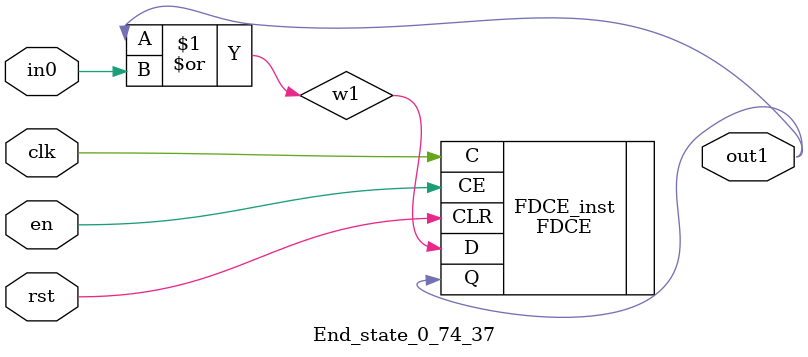
<source format=v>
module engine_0_74(out,clk,sod,en, in_0, in_1, in_3, in_4, in_5, in_6, in_7, in_8, in_9, in_10, in_15, in_16, in_17, in_18, in_21, in_22, in_29, in_30, in_36);
//pcre: /^User\x2DAgent\x3A\s+Ryeol\s+HTTP\s+Client\s+Class/smiH
//block char: ^[9], \x20[8], N[0], O[0], L[0], G[0], I[0], S[0], H[0], -[0], a[0], r[0], e[0], c[0], p[0], y[0], u[0], t[0], \x3A[8], 

	input clk,sod,en;

	input in_0, in_1, in_3, in_4, in_5, in_6, in_7, in_8, in_9, in_10, in_15, in_16, in_17, in_18, in_21, in_22, in_29, in_30, in_36;
	output out;

	assign w0 = 1'b1;
	state_0_74_1 BlockState_0_74_1 (w1,in_0,clk,en,sod,w0);
	state_0_74_2 BlockState_0_74_2 (w2,in_29,clk,en,sod,w1);
	state_0_74_3 BlockState_0_74_3 (w3,in_8,clk,en,sod,w2);
	state_0_74_4 BlockState_0_74_4 (w4,in_17,clk,en,sod,w3);
	state_0_74_5 BlockState_0_74_5 (w5,in_16,clk,en,sod,w4);
	state_0_74_6 BlockState_0_74_6 (w6,in_10,clk,en,sod,w5);
	state_0_74_7 BlockState_0_74_7 (w7,in_15,clk,en,sod,w6);
	state_0_74_8 BlockState_0_74_8 (w8,in_6,clk,en,sod,w7);
	state_0_74_9 BlockState_0_74_9 (w9,in_17,clk,en,sod,w8);
	state_0_74_10 BlockState_0_74_10 (w10,in_3,clk,en,sod,w9);
	state_0_74_11 BlockState_0_74_11 (w11,in_30,clk,en,sod,w10);
	state_0_74_12 BlockState_0_74_12 (w12,in_36,clk,en,sod,w11);
	state_0_74_13 BlockState_0_74_13 (w13,in_1,clk,en,sod,w13,w12);
	state_0_74_14 BlockState_0_74_14 (w14,in_16,clk,en,sod,w13);
	state_0_74_15 BlockState_0_74_15 (w15,in_22,clk,en,sod,w14);
	state_0_74_16 BlockState_0_74_16 (w16,in_17,clk,en,sod,w15);
	state_0_74_17 BlockState_0_74_17 (w17,in_4,clk,en,sod,w16);
	state_0_74_18 BlockState_0_74_18 (w18,in_5,clk,en,sod,w17);
	state_0_74_19 BlockState_0_74_19 (w19,in_1,clk,en,sod,w19,w18);
	state_0_74_20 BlockState_0_74_20 (w20,in_9,clk,en,sod,w19);
	state_0_74_21 BlockState_0_74_21 (w21,in_30,clk,en,sod,w20);
	state_0_74_22 BlockState_0_74_22 (w22,in_30,clk,en,sod,w21);
	state_0_74_23 BlockState_0_74_23 (w23,in_21,clk,en,sod,w22);
	state_0_74_24 BlockState_0_74_24 (w24,in_1,clk,en,sod,w24,w23);
	state_0_74_25 BlockState_0_74_25 (w25,in_18,clk,en,sod,w24);
	state_0_74_26 BlockState_0_74_26 (w26,in_5,clk,en,sod,w25);
	state_0_74_27 BlockState_0_74_27 (w27,in_7,clk,en,sod,w26);
	state_0_74_28 BlockState_0_74_28 (w28,in_17,clk,en,sod,w27);
	state_0_74_29 BlockState_0_74_29 (w29,in_3,clk,en,sod,w28);
	state_0_74_30 BlockState_0_74_30 (w30,in_30,clk,en,sod,w29);
	state_0_74_31 BlockState_0_74_31 (w31,in_1,clk,en,sod,w31,w30);
	state_0_74_32 BlockState_0_74_32 (w32,in_18,clk,en,sod,w31);
	state_0_74_33 BlockState_0_74_33 (w33,in_5,clk,en,sod,w32);
	state_0_74_34 BlockState_0_74_34 (w34,in_15,clk,en,sod,w33);
	state_0_74_35 BlockState_0_74_35 (w35,in_8,clk,en,sod,w34);
	state_0_74_36 BlockState_0_74_36 (w36,in_8,clk,en,sod,w35);
	End_state_0_74_37 BlockState_0_74_37 (out,clk,en,sod,w36);
endmodule

module state_0_74_1(out1,in_char,clk,en,rst,in0);
	input in_char,clk,en,rst,in0;
	output out1;
	wire w1,w2;
	assign w1 = in0; 
	and(w2,in_char,w1);
	FDCE #(.INIT(1'b0)) FDCE_inst (
		.Q(out1),
		.C(clk),
		.CE(en),
		.CLR(rst),
		.D(w2)
);
endmodule

module state_0_74_2(out1,in_char,clk,en,rst,in0);
	input in_char,clk,en,rst,in0;
	output out1;
	wire w1,w2;
	assign w1 = in0; 
	and(w2,in_char,w1);
	FDCE #(.INIT(1'b0)) FDCE_inst (
		.Q(out1),
		.C(clk),
		.CE(en),
		.CLR(rst),
		.D(w2)
);
endmodule

module state_0_74_3(out1,in_char,clk,en,rst,in0);
	input in_char,clk,en,rst,in0;
	output out1;
	wire w1,w2;
	assign w1 = in0; 
	and(w2,in_char,w1);
	FDCE #(.INIT(1'b0)) FDCE_inst (
		.Q(out1),
		.C(clk),
		.CE(en),
		.CLR(rst),
		.D(w2)
);
endmodule

module state_0_74_4(out1,in_char,clk,en,rst,in0);
	input in_char,clk,en,rst,in0;
	output out1;
	wire w1,w2;
	assign w1 = in0; 
	and(w2,in_char,w1);
	FDCE #(.INIT(1'b0)) FDCE_inst (
		.Q(out1),
		.C(clk),
		.CE(en),
		.CLR(rst),
		.D(w2)
);
endmodule

module state_0_74_5(out1,in_char,clk,en,rst,in0);
	input in_char,clk,en,rst,in0;
	output out1;
	wire w1,w2;
	assign w1 = in0; 
	and(w2,in_char,w1);
	FDCE #(.INIT(1'b0)) FDCE_inst (
		.Q(out1),
		.C(clk),
		.CE(en),
		.CLR(rst),
		.D(w2)
);
endmodule

module state_0_74_6(out1,in_char,clk,en,rst,in0);
	input in_char,clk,en,rst,in0;
	output out1;
	wire w1,w2;
	assign w1 = in0; 
	and(w2,in_char,w1);
	FDCE #(.INIT(1'b0)) FDCE_inst (
		.Q(out1),
		.C(clk),
		.CE(en),
		.CLR(rst),
		.D(w2)
);
endmodule

module state_0_74_7(out1,in_char,clk,en,rst,in0);
	input in_char,clk,en,rst,in0;
	output out1;
	wire w1,w2;
	assign w1 = in0; 
	and(w2,in_char,w1);
	FDCE #(.INIT(1'b0)) FDCE_inst (
		.Q(out1),
		.C(clk),
		.CE(en),
		.CLR(rst),
		.D(w2)
);
endmodule

module state_0_74_8(out1,in_char,clk,en,rst,in0);
	input in_char,clk,en,rst,in0;
	output out1;
	wire w1,w2;
	assign w1 = in0; 
	and(w2,in_char,w1);
	FDCE #(.INIT(1'b0)) FDCE_inst (
		.Q(out1),
		.C(clk),
		.CE(en),
		.CLR(rst),
		.D(w2)
);
endmodule

module state_0_74_9(out1,in_char,clk,en,rst,in0);
	input in_char,clk,en,rst,in0;
	output out1;
	wire w1,w2;
	assign w1 = in0; 
	and(w2,in_char,w1);
	FDCE #(.INIT(1'b0)) FDCE_inst (
		.Q(out1),
		.C(clk),
		.CE(en),
		.CLR(rst),
		.D(w2)
);
endmodule

module state_0_74_10(out1,in_char,clk,en,rst,in0);
	input in_char,clk,en,rst,in0;
	output out1;
	wire w1,w2;
	assign w1 = in0; 
	and(w2,in_char,w1);
	FDCE #(.INIT(1'b0)) FDCE_inst (
		.Q(out1),
		.C(clk),
		.CE(en),
		.CLR(rst),
		.D(w2)
);
endmodule

module state_0_74_11(out1,in_char,clk,en,rst,in0);
	input in_char,clk,en,rst,in0;
	output out1;
	wire w1,w2;
	assign w1 = in0; 
	and(w2,in_char,w1);
	FDCE #(.INIT(1'b0)) FDCE_inst (
		.Q(out1),
		.C(clk),
		.CE(en),
		.CLR(rst),
		.D(w2)
);
endmodule

module state_0_74_12(out1,in_char,clk,en,rst,in0);
	input in_char,clk,en,rst,in0;
	output out1;
	wire w1,w2;
	assign w1 = in0; 
	and(w2,in_char,w1);
	FDCE #(.INIT(1'b0)) FDCE_inst (
		.Q(out1),
		.C(clk),
		.CE(en),
		.CLR(rst),
		.D(w2)
);
endmodule

module state_0_74_13(out1,in_char,clk,en,rst,in0,in1);
	input in_char,clk,en,rst,in0,in1;
	output out1;
	wire w1,w2;
	or(w1,in0,in1);
	and(w2,in_char,w1);
	FDCE #(.INIT(1'b0)) FDCE_inst (
		.Q(out1),
		.C(clk),
		.CE(en),
		.CLR(rst),
		.D(w2)
);
endmodule

module state_0_74_14(out1,in_char,clk,en,rst,in0);
	input in_char,clk,en,rst,in0;
	output out1;
	wire w1,w2;
	assign w1 = in0; 
	and(w2,in_char,w1);
	FDCE #(.INIT(1'b0)) FDCE_inst (
		.Q(out1),
		.C(clk),
		.CE(en),
		.CLR(rst),
		.D(w2)
);
endmodule

module state_0_74_15(out1,in_char,clk,en,rst,in0);
	input in_char,clk,en,rst,in0;
	output out1;
	wire w1,w2;
	assign w1 = in0; 
	and(w2,in_char,w1);
	FDCE #(.INIT(1'b0)) FDCE_inst (
		.Q(out1),
		.C(clk),
		.CE(en),
		.CLR(rst),
		.D(w2)
);
endmodule

module state_0_74_16(out1,in_char,clk,en,rst,in0);
	input in_char,clk,en,rst,in0;
	output out1;
	wire w1,w2;
	assign w1 = in0; 
	and(w2,in_char,w1);
	FDCE #(.INIT(1'b0)) FDCE_inst (
		.Q(out1),
		.C(clk),
		.CE(en),
		.CLR(rst),
		.D(w2)
);
endmodule

module state_0_74_17(out1,in_char,clk,en,rst,in0);
	input in_char,clk,en,rst,in0;
	output out1;
	wire w1,w2;
	assign w1 = in0; 
	and(w2,in_char,w1);
	FDCE #(.INIT(1'b0)) FDCE_inst (
		.Q(out1),
		.C(clk),
		.CE(en),
		.CLR(rst),
		.D(w2)
);
endmodule

module state_0_74_18(out1,in_char,clk,en,rst,in0);
	input in_char,clk,en,rst,in0;
	output out1;
	wire w1,w2;
	assign w1 = in0; 
	and(w2,in_char,w1);
	FDCE #(.INIT(1'b0)) FDCE_inst (
		.Q(out1),
		.C(clk),
		.CE(en),
		.CLR(rst),
		.D(w2)
);
endmodule

module state_0_74_19(out1,in_char,clk,en,rst,in0,in1);
	input in_char,clk,en,rst,in0,in1;
	output out1;
	wire w1,w2;
	or(w1,in0,in1);
	and(w2,in_char,w1);
	FDCE #(.INIT(1'b0)) FDCE_inst (
		.Q(out1),
		.C(clk),
		.CE(en),
		.CLR(rst),
		.D(w2)
);
endmodule

module state_0_74_20(out1,in_char,clk,en,rst,in0);
	input in_char,clk,en,rst,in0;
	output out1;
	wire w1,w2;
	assign w1 = in0; 
	and(w2,in_char,w1);
	FDCE #(.INIT(1'b0)) FDCE_inst (
		.Q(out1),
		.C(clk),
		.CE(en),
		.CLR(rst),
		.D(w2)
);
endmodule

module state_0_74_21(out1,in_char,clk,en,rst,in0);
	input in_char,clk,en,rst,in0;
	output out1;
	wire w1,w2;
	assign w1 = in0; 
	and(w2,in_char,w1);
	FDCE #(.INIT(1'b0)) FDCE_inst (
		.Q(out1),
		.C(clk),
		.CE(en),
		.CLR(rst),
		.D(w2)
);
endmodule

module state_0_74_22(out1,in_char,clk,en,rst,in0);
	input in_char,clk,en,rst,in0;
	output out1;
	wire w1,w2;
	assign w1 = in0; 
	and(w2,in_char,w1);
	FDCE #(.INIT(1'b0)) FDCE_inst (
		.Q(out1),
		.C(clk),
		.CE(en),
		.CLR(rst),
		.D(w2)
);
endmodule

module state_0_74_23(out1,in_char,clk,en,rst,in0);
	input in_char,clk,en,rst,in0;
	output out1;
	wire w1,w2;
	assign w1 = in0; 
	and(w2,in_char,w1);
	FDCE #(.INIT(1'b0)) FDCE_inst (
		.Q(out1),
		.C(clk),
		.CE(en),
		.CLR(rst),
		.D(w2)
);
endmodule

module state_0_74_24(out1,in_char,clk,en,rst,in0,in1);
	input in_char,clk,en,rst,in0,in1;
	output out1;
	wire w1,w2;
	or(w1,in0,in1);
	and(w2,in_char,w1);
	FDCE #(.INIT(1'b0)) FDCE_inst (
		.Q(out1),
		.C(clk),
		.CE(en),
		.CLR(rst),
		.D(w2)
);
endmodule

module state_0_74_25(out1,in_char,clk,en,rst,in0);
	input in_char,clk,en,rst,in0;
	output out1;
	wire w1,w2;
	assign w1 = in0; 
	and(w2,in_char,w1);
	FDCE #(.INIT(1'b0)) FDCE_inst (
		.Q(out1),
		.C(clk),
		.CE(en),
		.CLR(rst),
		.D(w2)
);
endmodule

module state_0_74_26(out1,in_char,clk,en,rst,in0);
	input in_char,clk,en,rst,in0;
	output out1;
	wire w1,w2;
	assign w1 = in0; 
	and(w2,in_char,w1);
	FDCE #(.INIT(1'b0)) FDCE_inst (
		.Q(out1),
		.C(clk),
		.CE(en),
		.CLR(rst),
		.D(w2)
);
endmodule

module state_0_74_27(out1,in_char,clk,en,rst,in0);
	input in_char,clk,en,rst,in0;
	output out1;
	wire w1,w2;
	assign w1 = in0; 
	and(w2,in_char,w1);
	FDCE #(.INIT(1'b0)) FDCE_inst (
		.Q(out1),
		.C(clk),
		.CE(en),
		.CLR(rst),
		.D(w2)
);
endmodule

module state_0_74_28(out1,in_char,clk,en,rst,in0);
	input in_char,clk,en,rst,in0;
	output out1;
	wire w1,w2;
	assign w1 = in0; 
	and(w2,in_char,w1);
	FDCE #(.INIT(1'b0)) FDCE_inst (
		.Q(out1),
		.C(clk),
		.CE(en),
		.CLR(rst),
		.D(w2)
);
endmodule

module state_0_74_29(out1,in_char,clk,en,rst,in0);
	input in_char,clk,en,rst,in0;
	output out1;
	wire w1,w2;
	assign w1 = in0; 
	and(w2,in_char,w1);
	FDCE #(.INIT(1'b0)) FDCE_inst (
		.Q(out1),
		.C(clk),
		.CE(en),
		.CLR(rst),
		.D(w2)
);
endmodule

module state_0_74_30(out1,in_char,clk,en,rst,in0);
	input in_char,clk,en,rst,in0;
	output out1;
	wire w1,w2;
	assign w1 = in0; 
	and(w2,in_char,w1);
	FDCE #(.INIT(1'b0)) FDCE_inst (
		.Q(out1),
		.C(clk),
		.CE(en),
		.CLR(rst),
		.D(w2)
);
endmodule

module state_0_74_31(out1,in_char,clk,en,rst,in0,in1);
	input in_char,clk,en,rst,in0,in1;
	output out1;
	wire w1,w2;
	or(w1,in0,in1);
	and(w2,in_char,w1);
	FDCE #(.INIT(1'b0)) FDCE_inst (
		.Q(out1),
		.C(clk),
		.CE(en),
		.CLR(rst),
		.D(w2)
);
endmodule

module state_0_74_32(out1,in_char,clk,en,rst,in0);
	input in_char,clk,en,rst,in0;
	output out1;
	wire w1,w2;
	assign w1 = in0; 
	and(w2,in_char,w1);
	FDCE #(.INIT(1'b0)) FDCE_inst (
		.Q(out1),
		.C(clk),
		.CE(en),
		.CLR(rst),
		.D(w2)
);
endmodule

module state_0_74_33(out1,in_char,clk,en,rst,in0);
	input in_char,clk,en,rst,in0;
	output out1;
	wire w1,w2;
	assign w1 = in0; 
	and(w2,in_char,w1);
	FDCE #(.INIT(1'b0)) FDCE_inst (
		.Q(out1),
		.C(clk),
		.CE(en),
		.CLR(rst),
		.D(w2)
);
endmodule

module state_0_74_34(out1,in_char,clk,en,rst,in0);
	input in_char,clk,en,rst,in0;
	output out1;
	wire w1,w2;
	assign w1 = in0; 
	and(w2,in_char,w1);
	FDCE #(.INIT(1'b0)) FDCE_inst (
		.Q(out1),
		.C(clk),
		.CE(en),
		.CLR(rst),
		.D(w2)
);
endmodule

module state_0_74_35(out1,in_char,clk,en,rst,in0);
	input in_char,clk,en,rst,in0;
	output out1;
	wire w1,w2;
	assign w1 = in0; 
	and(w2,in_char,w1);
	FDCE #(.INIT(1'b0)) FDCE_inst (
		.Q(out1),
		.C(clk),
		.CE(en),
		.CLR(rst),
		.D(w2)
);
endmodule

module state_0_74_36(out1,in_char,clk,en,rst,in0);
	input in_char,clk,en,rst,in0;
	output out1;
	wire w1,w2;
	assign w1 = in0; 
	and(w2,in_char,w1);
	FDCE #(.INIT(1'b0)) FDCE_inst (
		.Q(out1),
		.C(clk),
		.CE(en),
		.CLR(rst),
		.D(w2)
);
endmodule

module End_state_0_74_37(out1,clk,en,rst,in0);
	input clk,rst,en,in0;
	output out1;
	wire w1;
	or(w1,out1,in0);
	FDCE #(.INIT(1'b0)) FDCE_inst (
		.Q(out1),
		.C(clk),
		.CE(en),
		.CLR(rst),
		.D(w1)
);
endmodule


</source>
